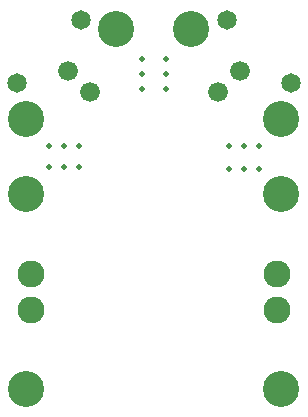
<source format=gbs>
G04 #@! TF.FileFunction,Soldermask,Bot*
%FSLAX46Y46*%
G04 Gerber Fmt 4.6, Leading zero omitted, Abs format (unit mm)*
G04 Created by KiCad (PCBNEW (2015-08-15 BZR 6092)-product) date 3/22/2016 8:17:34 PM*
%MOMM*%
G01*
G04 APERTURE LIST*
%ADD10C,0.150000*%
%ADD11C,1.651000*%
%ADD12C,1.676400*%
%ADD13C,3.048000*%
%ADD14C,0.508000*%
%ADD15C,2.286000*%
G04 APERTURE END LIST*
D10*
D11*
X136044077Y-109065923D03*
X130655923Y-114454077D03*
X153824077Y-114454077D03*
X148435923Y-109065923D03*
D12*
X147691974Y-115198026D03*
X149488026Y-113401974D03*
D13*
X139065000Y-109855000D03*
X131445000Y-117475000D03*
D12*
X136788026Y-115198026D03*
X134991974Y-113401974D03*
D14*
X141224000Y-113665000D03*
X141224000Y-114935000D03*
X141224000Y-112395000D03*
X134620000Y-119761000D03*
X135890000Y-119761000D03*
X133350000Y-119761000D03*
X143256000Y-113665000D03*
X143256000Y-112395000D03*
X143256000Y-114935000D03*
D15*
X131826000Y-133604000D03*
X152654000Y-133604000D03*
X131826000Y-130556000D03*
X152654000Y-130556000D03*
D13*
X153035000Y-123825000D03*
X153035000Y-140335000D03*
X131445000Y-123825000D03*
X131445000Y-140335000D03*
D14*
X134620000Y-121539000D03*
X133350000Y-121539000D03*
X135890000Y-121539000D03*
X149860000Y-121666000D03*
X151130000Y-121666000D03*
X148590000Y-121666000D03*
X149860000Y-119761000D03*
X151130000Y-119761000D03*
X148590000Y-119761000D03*
D13*
X145415000Y-109855000D03*
X153035000Y-117475000D03*
M02*

</source>
